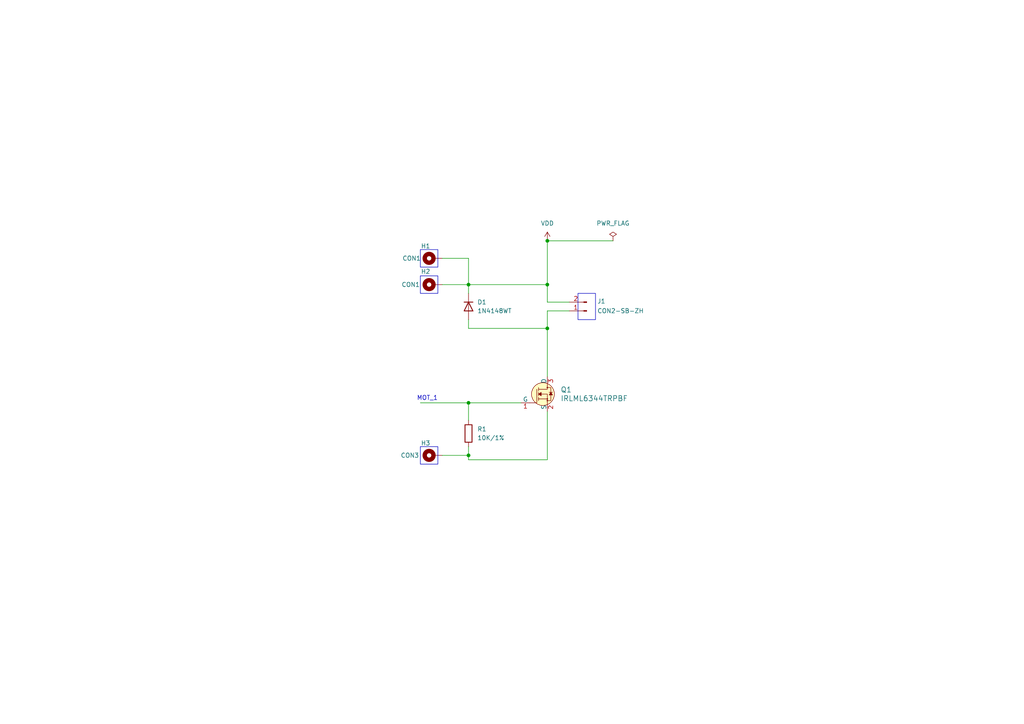
<source format=kicad_sch>
(kicad_sch (version 20231120) (generator "eeschema") (generator_version "8.0")
  (paper "A4")
  (title_block (title "esp32 drone motordriver") (date "2024-05-17") (rev "v01"))
  (lib_symbols
    (symbol "Connector:Conn_01x02_Pin" (pin_names (offset 1.016) hide)
      (property "Reference" "J" (at 0 2.54 0))
      (property "Value" "Conn_01x02_Pin" (at 0 -5.08 0))
      (symbol "Conn_01x02_Pin_1_1"
        (polyline (pts (xy 1.27 -2.54) (xy 0.8636 -2.54)) (stroke (width 0.1524)))
        (polyline (pts (xy 1.27 0) (xy 0.8636 0)) (stroke (width 0.1524)))
        (rectangle (start 0.8636 -2.413) (end 0 -2.667) (stroke (width 0.1524)) (fill (type outline)))
        (rectangle (start 0.8636 0.127) (end 0 -0.127) (stroke (width 0.1524)) (fill (type outline)))
        (pin passive line (at 5.08 0 180) (length 3.81) (name "Pin_1") (number "1"))
        (pin passive line (at 5.08 -2.54 180) (length 3.81) (name "Pin_2") (number "2"))
      )
    )
    (symbol "Device:R" (pin_numbers hide) (pin_names (offset 0))
      (property "Reference" "R" (at 2.032 0 90))
      (property "Value" "R" (at 0 0 90))
      (symbol "R_0_1"
        (rectangle (start -1.016 -2.54) (end 1.016 2.54) (stroke (width 0.254)))
      )
      (symbol "R_1_1"
        (pin passive line (at 0 3.81 270) (length 1.27) (name "~") (number "1"))
        (pin passive line (at 0 -3.81 90) (length 1.27) (name "~") (number "2"))
      )
    )
    (symbol "Diode:1N4148WT" (pin_numbers hide) (pin_names hide)
      (property "Reference" "D" (at 0 2.54 0))
      (property "Value" "1N4148WT" (at 0 -2.54 0))
      (symbol "1N4148WT_0_1"
        (polyline (pts (xy -1.27 1.27) (xy -1.27 -1.27)) (stroke (width 0.254)))
        (polyline (pts (xy 1.27 0) (xy -1.27 0)))
        (polyline (pts (xy 1.27 1.27) (xy 1.27 -1.27) (xy -1.27 0) (xy 1.27 1.27)) (stroke (width 0.254)))
      )
      (symbol "1N4148WT_1_1"
        (pin passive line (at -3.81 0 0) (length 2.54) (name "K") (number "1"))
        (pin passive line (at 3.81 0 180) (length 2.54) (name "A") (number "2"))
      )
    )
    (symbol "Mechanical:MountingHole_Pad" (pin_numbers hide) (pin_names (offset 1.016) hide) (exclude_from_sim yes) (in_bom no)
      (property "Reference" "H" (at 0 6.35 0))
      (property "Value" "MountingHole_Pad" (at 0 4.445 0))
      (symbol "MountingHole_Pad_0_1"
        (circle (center 0 1.27) (radius 1.27) (stroke (width 1.27)))
      )
      (symbol "MountingHole_Pad_1_1"
        (pin input line (at 0 -2.54 90) (length 2.54) (name "1") (number "1"))
      )
    )
    (symbol "dk_Transistors-FETs-MOSFETs-Single:IRLML6344TRPBF" (pin_names (offset 0))
      (property "Reference" "Q" (at -2.6924 3.6322 0))
      (property "Value" "IRLML6344TRPBF" (at 3.4544 0 90))
      (symbol "IRLML6344TRPBF_0_1"
        (circle (center -1.27 0) (radius 3.302) (fill (type background)))
        (circle (center 0 -1.905) (radius 0.127))
        (circle (center 0 -1.397) (radius 0.127))
        (polyline (pts (xy 0 -1.397) (xy -2.54 -1.397)))
        (polyline (pts (xy -5.08 -2.54) (xy -3.048 -2.54) (xy -3.048 1.397)))
        (polyline (pts (xy 0 -2.54) (xy 0 0) (xy -2.54 0)))
        (polyline (pts (xy 0 2.54) (xy 0 1.397) (xy -2.54 1.397)))
        (polyline (pts (xy -0.127 -1.905) (xy 1.016 -1.905) (xy 1.016 1.397) (xy 1.016 1.905) (xy -0.127 1.905)))
        (circle (center 0 1.905) (radius 0.127))
      )
      (symbol "IRLML6344TRPBF_1_1"
        (polyline (pts (xy -2.54 -1.397) (xy -2.54 -1.905)))
        (polyline (pts (xy -2.54 -1.397) (xy -2.54 -0.889)))
        (polyline (pts (xy -2.54 0) (xy -2.54 -0.508)))
        (polyline (pts (xy -2.54 0) (xy -2.54 0.508)))
        (polyline (pts (xy -2.54 1.905) (xy -2.54 0.889)))
        (polyline (pts (xy 1.524 0.508) (xy 0.508 0.508)))
        (polyline (pts (xy -2.54 0) (xy -1.778 0.508) (xy -1.778 -0.508) (xy -2.54 0)) (fill (type outline)))
        (polyline (pts (xy 1.016 0.508) (xy 0.508 -0.254) (xy 1.524 -0.254) (xy 1.016 0.508)) (fill (type outline)))
        (pin bidirectional line (at -7.62 -2.54 0) (length 2.54) (name "G") (number "1"))
        (pin bidirectional line (at 0 -5.08 90) (length 2.54) (name "S") (number "2"))
        (pin bidirectional line (at 0 5.08 270) (length 2.54) (name "D") (number "3"))
      )
    )
    (symbol "power:PWR_FLAG" (power) (pin_numbers hide) (pin_names (offset 0) hide)
      (property "Value" "PWR_FLAG" (at 0 3.81 0))
      (symbol "PWR_FLAG_0_0"
        (pin power_out line (at 0 0 90) (length 0) (name "~") (number "1"))
      )
      (symbol "PWR_FLAG_0_1"
        (polyline (pts (xy 0 0) (xy 0 1.27) (xy -1.016 1.905) (xy 0 2.54) (xy 1.016 1.905) (xy 0 1.27)))
      )
    )
    (symbol "power:VDD" (power) (pin_numbers hide) (pin_names (offset 0) hide)
      (property "Value" "VDD" (at 0 3.556 0))
      (symbol "VDD_0_1"
        (polyline (pts (xy -0.762 1.27) (xy 0 2.54)))
        (polyline (pts (xy 0 0) (xy 0 2.54)))
        (polyline (pts (xy 0 2.54) (xy 0.762 1.27)))
      )
      (symbol "VDD_1_1"
        (pin power_in line (at 0 0 90) (length 0) (name "~") (number "1"))
      )
    )
  )
  (junction (at 158.75 82.55))
  (junction (at 135.89 82.55))
  (junction (at 158.75 69.85))
  (junction (at 135.89 116.84))
  (junction (at 135.89 132.08))
  (junction (at 158.75 95.25))
  (wire (pts (xy 158.75 82.55) (xy 158.75 87.63)))
  (wire (pts (xy 158.75 87.63) (xy 165.1 87.63)))
  (wire (pts (xy 128.27 132.08) (xy 135.89 132.08)))
  (wire (pts (xy 128.27 74.93) (xy 135.89 74.93)))
  (wire (pts (xy 135.89 95.25) (xy 135.89 92.71)))
  (wire (pts (xy 135.89 74.93) (xy 135.89 82.55)))
  (wire (pts (xy 128.27 82.55) (xy 135.89 82.55)))
  (wire (pts (xy 135.89 116.84) (xy 135.89 121.92)))
  (wire (pts (xy 158.75 69.85) (xy 158.75 82.55)))
  (wire (pts (xy 135.89 133.35) (xy 158.75 133.35)))
  (wire (pts (xy 158.75 90.17) (xy 165.1 90.17)))
  (wire (pts (xy 121.92 116.84) (xy 135.89 116.84)))
  (wire (pts (xy 135.89 132.08) (xy 135.89 133.35)))
  (wire (pts (xy 151.13 116.84) (xy 135.89 116.84)))
  (wire (pts (xy 158.75 95.25) (xy 158.75 90.17)))
  (wire (pts (xy 158.75 119.38) (xy 158.75 133.35)))
  (wire (pts (xy 158.75 69.85) (xy 177.8 69.85)))
  (wire (pts (xy 135.89 82.55) (xy 158.75 82.55)))
  (wire (pts (xy 135.89 129.54) (xy 135.89 132.08)))
  (wire (pts (xy 158.75 95.25) (xy 158.75 109.22)))
  (wire (pts (xy 135.89 95.25) (xy 158.75 95.25)))
  (wire (pts (xy 135.89 82.55) (xy 135.89 85.09)))
  (rectangle (start 121.92 129.54) (end 127 134.62))
  (rectangle (start 121.92 72.39) (end 127 77.47))
  (rectangle (start 167.64 85.09) (end 172.72 92.71))
  (rectangle (start 121.92 80.01) (end 127 85.09))
  (text "MOT_1" (at 123.952 115.57 0) (effects (font (size 1.27 1.27))))
  (symbol (lib_id "power:VDD") (at 158.75 69.85 0) (unit 1)
    (property "Reference" "#PWR03" (effects (hide yes)))
    (property "Value" "VDD" (at 158.75 64.77 0))
    (property "Description" "Power symbol creates a global label with name \"VDD\"" (effects (hide yes)))
  )
  (symbol (lib_id "Mechanical:MountingHole_Pad") (at 125.73 132.08 90) (unit 1) (exclude_from_sim yes) (in_bom no)
    (property "Reference" "H3" (at 123.444 128.524 90))
    (property "Value" "CON3" (at 118.872 132.08 90))
    (property "Footprint" "Library:H_Mounting_Pad_D0.8mm" (effects (hide yes)))
    (property "Description" "Mounting Hole with connection" (effects (hide yes)))
  )
  (symbol (lib_id "dk_Transistors-FETs-MOSFETs-Single:IRLML6344TRPBF") (at 158.75 114.3 0) (unit 1)
    (property "Reference" "Q1" (at 162.56 113.0299 0) (effects (font (size 1.524 1.524)) (justify left)))
    (property "Value" "IRLML6344TRPBF" (at 162.56 115.5699 0) (effects (font (size 1.524 1.524)) (justify left)))
    (property "Footprint" "Package_TO_SOT_SMD:SOT-23-3" (effects (hide yes)))
    (property "Datasheet" "https://www.infineon.com/dgdl/irlml6344pbf.pdf?fileId=5546d462533600a4015356689c44262c" (effects (hide yes)))
    (property "Description" "MOSFET N-CH 30V 5A SOT23" (effects (hide yes)))
    (property "MPN" "IRLML6344TRPBF" (effects (hide yes)))
    (property "Category" "Discrete Semiconductor Products" (effects (hide yes)))
    (property "Family" "Transistors - FETs, MOSFETs - Single" (effects (hide yes)))
    (property "DK_Datasheet_Link" "https://www.infineon.com/dgdl/irlml6344pbf.pdf?fileId=5546d462533600a4015356689c44262c" (effects (hide yes)))
    (property "DK_Detail_Page" "/product-detail/en/infineon-technologies/IRLML6344TRPBF/IRLML6344TRPBFCT-ND/2538168" (effects (hide yes)))
    (property "Description_1" "MOSFET N-CH 30V 5A SOT23" (effects (hide yes)))
    (property "Manufacturer" "Infineon Technologies" (effects (hide yes)))
    (property "Status" "Active" (effects (hide yes)))
  )
  (symbol (lib_id "Device:R") (at 135.89 125.73 0) (unit 1)
    (property "Reference" "R1" (at 138.43 124.4599 0) (effects (justify left)))
    (property "Value" "10K/1%" (at 138.43 126.9999 0) (effects (justify left)))
    (property "Footprint" "Resistor_SMD:R_0201_0603Metric" (effects (hide yes)))
    (property "Description" "Resistor" (effects (hide yes)))
  )
  (symbol (lib_id "Diode:1N4148WT") (at 135.89 88.9 270) (unit 1)
    (property "Reference" "D1" (at 138.43 87.6299 90) (effects (justify left)))
    (property "Value" "1N4148WT" (at 138.43 90.1699 90) (effects (justify left)))
    (property "Footprint" "Diode_SMD:D_SOD-523" (effects (hide yes)))
    (property "Datasheet" "https://www.diodes.com/assets/Datasheets/ds30396.pdf" (effects (hide yes)))
    (property "Description" "75V 0.15A Fast switching Diode, SOD-523" (effects (hide yes)))
    (property "Sim.Device" "D" (effects (hide yes)))
    (property "Sim.Pins" "1=K 2=A" (effects (hide yes)))
  )
  (symbol (lib_id "Connector:Conn_01x02_Pin") (at 170.18 90.17 180) (unit 1)
    (property "Reference" "J1" (at 173.228 87.376 0) (effects (justify right)))
    (property "Value" "CON2-SB-ZH" (at 173.228 90.17 0) (effects (justify right)))
    (property "Footprint" "Connector_PinHeader_2.00mm:PinHeader_1x02_P2.00mm_Vertical" (effects (hide yes)))
    (property "Description" "Generic connector, single row, 01x02, script generated" (effects (hide yes)))
  )
  (symbol (lib_id "Mechanical:MountingHole_Pad") (at 125.73 82.55 90) (unit 1) (exclude_from_sim yes) (in_bom no)
    (property "Reference" "H2" (at 123.444 78.74 90))
    (property "Value" "CON1" (at 119.126 82.55 90))
    (property "Footprint" "Library:H_Mounting_Pad_D0.8mm" (effects (hide yes)))
    (property "Description" "Mounting Hole with connection" (effects (hide yes)))
  )
  (symbol (lib_id "Mechanical:MountingHole_Pad") (at 125.73 74.93 90) (unit 1) (exclude_from_sim yes) (in_bom no)
    (property "Reference" "H1" (at 123.444 71.374 90))
    (property "Value" "CON1" (at 119.38 74.93 90))
    (property "Footprint" "Library:H_Mounting_Pad_D0.8mm" (effects (hide yes)))
    (property "Description" "Mounting Hole with connection" (effects (hide yes)))
  )
  (symbol (lib_id "power:PWR_FLAG") (at 177.8 69.85 0) (unit 1)
    (property "Reference" "#FLG01" (effects (hide yes)))
    (property "Value" "PWR_FLAG" (at 177.8 64.77 0))
    (property "Description" "Special symbol for telling ERC where power comes from" (effects (hide yes)))
  )
)
</source>
